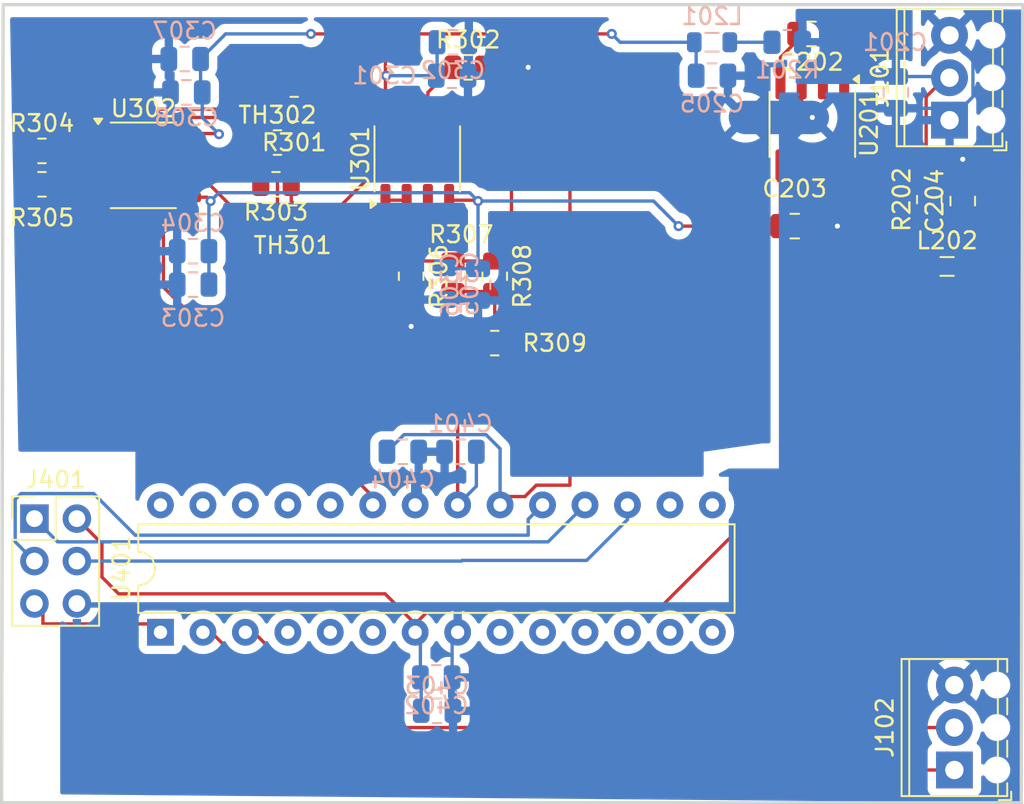
<source format=kicad_pcb>
(kicad_pcb (version 20240108) (generator "pcbnew") (generator_version "8.0")
  (layers (0 "F.Cu" signal) (31 "B.Cu" signal) (36 "B.SilkS" user "B.Silkscreen") (37 "F.SilkS" user "F.Silkscreen") (44 "Edge.Cuts" user))
  (net 0 "")
  (net 1 "/power/+5Vin")
  (net 2 "GNDD")
  (net 3 "Net-(U201-CAP+)")
  (net 4 "Net-(U201-CAP-)")
  (net 5 "/power/V-")
  (net 6 "/adc/+5V_D")
  (net 7 "/adc/+5V_A")
  (net 8 "GNDA")
  (net 9 "/adc/Ref_0")
  (net 10 "/adc/RXD")
  (net 11 "/adc/TXD")
  (net 12 "Net-(J401-Pin_1)")
  (net 13 "Net-(J401-Pin_3)")
  (net 14 "Net-(J401-Pin_4)")
  (net 15 "Net-(J401-Pin_5)")
  (net 16 "Net-(L201-Pad1)")
  (net 17 "Net-(L202-Pad1)")
  (net 18 "Net-(U302--)")
  (net 19 "Net-(U301B--)")
  (net 20 "Net-(R303-Pad1)")
  (net 21 "Net-(U302-+)")
  (net 22 "Net-(R304-Pad1)")
  (net 23 "Net-(R304-Pad2)")
  (net 24 "Net-(R305-Pad2)")
  (net 25 "Net-(U301A-+)")
  (net 26 "Net-(R307-Pad2)")
  (net 30 "Net-(U301A--)")
  (net 42 "/adc/ADC_In")
  (footprint "Inductor_SMD:L_0805_2012Metric" (layer "F.Cu") (at 105.5625 65.4125)
    (property "Reference" "L202" (at 0 -1.55 0) (layer "F.SilkS"))
    (property "Value" "22uH")
    (pad "1" smd roundrect (at -1.0625 0) (size 0.875 1.2) (layers "F.Cu" "F.Paste" "F.Mask") (net 17 "Net-(L202-Pad1)"))
    (pad "2" smd roundrect (at 1.0625 0) (size 0.875 1.2) (layers "F.Cu" "F.Paste" "F.Mask") (net 6 "/adc/+5V_D"))
  )
  (footprint "Resistor_SMD:R_0805_2012Metric" (layer "F.Cu") (at 104.5 61.4125 90)
    (property "Reference" "R202" (at 0 -1.65 -90) (layer "F.SilkS"))
    (property "Value" "2R")
    (pad "1" smd roundrect (at -0.9125 0 90) (size 1.025 1.4) (layers "F.Cu" "F.Paste" "F.Mask") (roundrect_rratio 0.243902) (net 17 "Net-(L202-Pad1)"))
    (pad "2" smd roundrect (at 0.9125 0 90) (size 1.025 1.4) (layers "F.Cu" "F.Paste" "F.Mask") (roundrect_rratio 0.243902) (net 1 "/power/+5Vin"))
  )
  (footprint "Resistor_SMD:R_0805_2012Metric" (layer "F.Cu") (at 66.4125 62.5 180)
    (property "Reference" "TH301" (at 0 -1.65 180) (layer "F.SilkS"))
    (property "Value" "PT1000")
    (pad "1" smd roundrect (at -0.9125 0 180) (size 1.025 1.4) (layers "F.Cu" "F.Paste" "F.Mask") (roundrect_rratio 0.243902) (net 20 "Net-(R303-Pad1)"))
    (pad "2" smd roundrect (at 0.9125 0 180) (size 1.025 1.4) (layers "F.Cu" "F.Paste" "F.Mask") (roundrect_rratio 0.243902) (net 18 "Net-(U302--)"))
  )
  (footprint "Resistor_SMD:R_0805_2012Metric" (layer "F.Cu") (at 65.4125 60.5 180)
    (property "Reference" "R303" (at 0 -1.65 180) (layer "F.SilkS"))
    (property "Value" "1K00")
    (pad "1" smd roundrect (at -0.9125 0 180) (size 1.025 1.4) (layers "F.Cu" "F.Paste" "F.Mask") (roundrect_rratio 0.243902) (net 20 "Net-(R303-Pad1)"))
    (pad "2" smd roundrect (at 0.9125 0 180) (size 1.025 1.4) (layers "F.Cu" "F.Paste" "F.Mask") (roundrect_rratio 0.243902) (net 21 "Net-(U302-+)"))
  )
  (footprint "Capacitor_SMD:C_0805_2012Metric" (layer "F.Cu") (at 106.5 61.5 90)
    (property "Reference" "C204" (at 0 -1.68 -90) (layer "F.SilkS"))
    (property "Value" "10uF")
    (pad "1" smd roundrect (at -0.95 0 90) (size 1 1.45) (layers "F.Cu" "F.Paste" "F.Mask") (net 6 "/adc/+5V_D"))
    (pad "2" smd roundrect (at 0.95 0 90) (size 1 1.45) (layers "F.Cu" "F.Paste" "F.Mask") (net 2 "GNDD"))
  )
  (footprint "Resistor_SMD:R_0805_2012Metric" (layer "F.Cu") (at 51.4125 58.5)
    (property "Reference" "R304" (at 0 -1.65 0) (layer "F.SilkS"))
    (property "Value" "6k80")
    (pad "1" smd roundrect (at -0.9125 0) (size 1.025 1.4) (layers "F.Cu" "F.Paste" "F.Mask") (roundrect_rratio 0.243902) (net 22 "Net-(R304-Pad1)"))
    (pad "2" smd roundrect (at 0.9125 0) (size 1.025 1.4) (layers "F.Cu" "F.Paste" "F.Mask") (roundrect_rratio 0.243902) (net 23 "Net-(R304-Pad2)"))
  )
  (footprint "Package_SO:SOIC-8_3.9x4.9mm_P1.27mm" (layer "F.Cu") (at 73.865 58.975 90)
    (property "Reference" "U301" (at 0 -3.4 -90) (layer "F.SilkS"))
    (property "Value" "OPA2227EP")
    (pad "1" smd roundrect (at -2.475 -1.905 90) (size 1.95 0.6) (layers "F.Cu" "F.Paste" "F.Mask") (net 30 "Net-(U301A--)"))
    (pad "2" smd roundrect (at -2.475 -0.635 90) (size 1.95 0.6) (layers "F.Cu" "F.Paste" "F.Mask") (net 30 "Net-(U301A--)"))
    (pad "3" smd roundrect (at -2.475 0.635 90) (size 1.95 0.6) (layers "F.Cu" "F.Paste" "F.Mask") (net 25 "Net-(U301A-+)"))
    (pad "4" smd roundrect (at -2.475 1.905 90) (size 1.95 0.6) (layers "F.Cu" "F.Paste" "F.Mask") (net 5 "/power/V-"))
    (pad "5" smd roundrect (at 2.475 1.905 90) (size 1.95 0.6) (layers "F.Cu" "F.Paste" "F.Mask") (net 9 "/adc/Ref_0"))
    (pad "6" smd roundrect (at 2.475 0.635 90) (size 1.95 0.6) (layers "F.Cu" "F.Paste" "F.Mask") (net 19 "Net-(U301B--)"))
    (pad "7" smd roundrect (at 2.475 -0.635 90) (size 1.95 0.6) (layers "F.Cu" "F.Paste" "F.Mask") (net 20 "Net-(R303-Pad1)"))
    (pad "8" smd roundrect (at 2.475 -1.905 90) (size 1.95 0.6) (layers "F.Cu" "F.Paste" "F.Mask") (net 7 "/adc/+5V_A"))
  )
  (footprint "Resistor_SMD:R_0805_2012Metric" (layer "F.Cu") (at 65.5 58)
    (property "Reference" "TH302" (at 0 -1.65 0) (layer "F.SilkS"))
    (property "Value" "PT1000")
    (pad "1" smd roundrect (at -0.9125 0) (size 1.025 1.4) (layers "F.Cu" "F.Paste" "F.Mask") (roundrect_rratio 0.243902) (net 21 "Net-(U302-+)"))
    (pad "2" smd roundrect (at 0.9125 0) (size 1.025 1.4) (layers "F.Cu" "F.Paste" "F.Mask") (roundrect_rratio 0.243902) (net 19 "Net-(U301B--)"))
  )
  (footprint "Package_SO:SOIC-8_3.9x4.9mm_P1.27mm" (layer "F.Cu") (at 97.5 56.9125 -90)
    (property "Reference" "U201" (at 0 -3.4 90) (layer "F.SilkS"))
    (property "Value" "TC7662Bx0A")
    (pad "1" smd roundrect (at -2.475 -1.905 270) (size 1.95 0.6) (layers "F.Cu" "F.Paste" "F.Mask"))
    (pad "2" smd roundrect (at -2.475 -0.635 270) (size 1.95 0.6) (layers "F.Cu" "F.Paste" "F.Mask") (net 3 "Net-(U201-CAP+)"))
    (pad "3" smd roundrect (at -2.475 0.635 270) (size 1.95 0.6) (layers "F.Cu" "F.Paste" "F.Mask") (net 2 "GNDD"))
    (pad "4" smd roundrect (at -2.475 1.905 270) (size 1.95 0.6) (layers "F.Cu" "F.Paste" "F.Mask") (net 4 "Net-(U201-CAP-)"))
    (pad "5" smd roundrect (at 2.475 1.905 270) (size 1.95 0.6) (layers "F.Cu" "F.Paste" "F.Mask") (net 5 "/power/V-"))
    (pad "6" smd roundrect (at 2.475 0.635 270) (size 1.95 0.6) (layers "F.Cu" "F.Paste" "F.Mask"))
    (pad "7" smd roundrect (at 2.475 -0.635 270) (size 1.95 0.6) (layers "F.Cu" "F.Paste" "F.Mask"))
    (pad "8" smd roundrect (at 2.475 -1.905 270) (size 1.95 0.6) (layers "F.Cu" "F.Paste" "F.Mask") (net 1 "/power/+5Vin"))
  )
  (footprint "Resistor_SMD:R_0805_2012Metric" (layer "F.Cu") (at 78.5 66 -90)
    (property "Reference" "R308" (at 0 -1.65 90) (layer "F.SilkS"))
    (property "Value" "819")
    (pad "1" smd roundrect (at -0.9125 0 270) (size 1.025 1.4) (layers "F.Cu" "F.Paste" "F.Mask") (roundrect_rratio 0.243902) (net 25 "Net-(U301A-+)"))
    (pad "2" smd roundrect (at 0.9125 0 270) (size 1.025 1.4) (layers "F.Cu" "F.Paste" "F.Mask") (roundrect_rratio 0.243902) (net 26 "Net-(R307-Pad2)"))
  )
  (footprint "Resistor_SMD:R_0805_2012Metric" (layer "F.Cu") (at 76.9125 53.5)
    (property "Reference" "R302" (at 0 -1.65 0) (layer "F.SilkS"))
    (property "Value" "1k10")
    (pad "1" smd roundrect (at -0.9125 0) (size 1.025 1.4) (layers "F.Cu" "F.Paste" "F.Mask") (roundrect_rratio 0.243902) (net 19 "Net-(U301B--)"))
    (pad "2" smd roundrect (at 0.9125 0) (size 1.025 1.4) (layers "F.Cu" "F.Paste" "F.Mask") (roundrect_rratio 0.243902) (net 8 "GNDA"))
  )
  (footprint "Capacitor_SMD:C_0805_2012Metric" (layer "F.Cu") (at 96.45 63)
    (property "Reference" "C203" (at -0.01 -2.24 0) (layer "F.SilkS"))
    (property "Value" "10uF")
    (pad "1" smd roundrect (at -0.95 0) (size 1 1.45) (layers "F.Cu" "F.Paste" "F.Mask") (net 5 "/power/V-"))
    (pad "2" smd roundrect (at 0.95 0) (size 1 1.45) (layers "F.Cu" "F.Paste" "F.Mask") (net 2 "GNDD"))
  )
  (footprint "Package_DIP:DIP-28_W7.62mm" (layer "F.Cu") (at 58.5 87.3 90)
    (property "Reference" "U401" (at 3.81 -2.33 -90) (layer "F.SilkS"))
    (property "Value" "ATmega328P-P")
    (pad "1" thru_hole rect (at 0 0 90) (size 1.6 1.6) (drill 0.8) (layers "*.Cu" "*.Mask") (net 15 "Net-(J401-Pin_5)"))
    (pad "2" thru_hole oval (at 0 2.54 90) (size 1.6 1.6) (drill 0.8) (layers "*.Cu" "*.Mask") (net 10 "/adc/RXD"))
    (pad "3" thru_hole oval (at 0 5.08 90) (size 1.6 1.6) (drill 0.8) (layers "*.Cu" "*.Mask") (net 11 "/adc/TXD"))
    (pad "4" thru_hole oval (at 0 7.62 90) (size 1.6 1.6) (drill 0.8) (layers "*.Cu" "*.Mask"))
    (pad "5" thru_hole oval (at 0 10.16 90) (size 1.6 1.6) (drill 0.8) (layers "*.Cu" "*.Mask"))
    (pad "6" thru_hole oval (at 0 12.7 90) (size 1.6 1.6) (drill 0.8) (layers "*.Cu" "*.Mask"))
    (pad "7" thru_hole oval (at 0 15.24 90) (size 1.6 1.6) (drill 0.8) (layers "*.Cu" "*.Mask") (net 6 "/adc/+5V_D"))
    (pad "8" thru_hole oval (at 0 17.78 90) (size 1.6 1.6) (drill 0.8) (layers "*.Cu" "*.Mask") (net 2 "GNDD"))
    (pad "9" thru_hole oval (at 0 20.32 90) (size 1.6 1.6) (drill 0.8) (layers "*.Cu" "*.Mask"))
    (pad "10" thru_hole oval (at 0 22.86 90) (size 1.6 1.6) (drill 0.8) (layers "*.Cu" "*.Mask"))
    (pad "11" thru_hole oval (at 0 25.4 90) (size 1.6 1.6) (drill 0.8) (layers "*.Cu" "*.Mask"))
    (pad "12" thru_hole oval (at 0 27.94 90) (size 1.6 1.6) (drill 0.8) (layers "*.Cu" "*.Mask"))
    (pad "13" thru_hole oval (at 0 30.48 90) (size 1.6 1.6) (drill 0.8) (layers "*.Cu" "*.Mask"))
    (pad "14" thru_hole oval (at 0 33.02 90) (size 1.6 1.6) (drill 0.8) (layers "*.Cu" "*.Mask"))
    (pad "15" thru_hole oval (at 7.62 33.02 90) (size 1.6 1.6) (drill 0.8) (layers "*.Cu" "*.Mask"))
    (pad "16" thru_hole oval (at 7.62 30.48 90) (size 1.6 1.6) (drill 0.8) (layers "*.Cu" "*.Mask"))
    (pad "17" thru_hole oval (at 7.62 27.94 90) (size 1.6 1.6) (drill 0.8) (layers "*.Cu" "*.Mask") (net 14 "Net-(J401-Pin_4)"))
    (pad "18" thru_hole oval (at 7.62 25.4 90) (size 1.6 1.6) (drill 0.8) (layers "*.Cu" "*.Mask") (net 12 "Net-(J401-Pin_1)"))
    (pad "19" thru_hole oval (at 7.62 22.86 90) (size 1.6 1.6) (drill 0.8) (layers "*.Cu" "*.Mask") (net 13 "Net-(J401-Pin_3)"))
    (pad "20" thru_hole oval (at 7.62 20.32 90) (size 1.6 1.6) (drill 0.8) (layers "*.Cu" "*.Mask") (net 7 "/adc/+5V_A"))
    (pad "21" thru_hole oval (at 7.62 17.78 90) (size 1.6 1.6) (drill 0.8) (layers "*.Cu" "*.Mask") (net 9 "/adc/Ref_0"))
    (pad "22" thru_hole oval (at 7.62 15.24 90) (size 1.6 1.6) (drill 0.8) (layers "*.Cu" "*.Mask") (net 8 "GNDA"))
    (pad "23" thru_hole oval (at 7.62 12.7 90) (size 1.6 1.6) (drill 0.8) (layers "*.Cu" "*.Mask") (net 42 "/adc/ADC_In"))
    (pad "24" thru_hole oval (at 7.62 10.16 90) (size 1.6 1.6) (drill 0.8) (layers "*.Cu" "*.Mask"))
    (pad "25" thru_hole oval (at 7.62 7.62 90) (size 1.6 1.6) (drill 0.8) (layers "*.Cu" "*.Mask"))
    (pad "26" thru_hole oval (at 7.62 5.08 90) (size 1.6 1.6) (drill 0.8) (layers "*.Cu" "*.Mask"))
    (pad "27" thru_hole oval (at 7.62 2.54 90) (size 1.6 1.6) (drill 0.8) (layers "*.Cu" "*.Mask"))
    (pad "28" thru_hole oval (at 7.62 0 90) (size 1.6 1.6) (drill 0.8) (layers "*.Cu" "*.Mask"))
  )
  (footprint "Package_SO:SOIC-8_3.9x4.9mm_P1.27mm" (layer "F.Cu") (at 57.475 59.365)
    (property "Reference" "U302" (at 0 -3.4 0) (layer "F.SilkS"))
    (property "Value" "AD8221ARZ")
    (pad "1" smd roundrect (at -2.475 -1.905) (size 1.95 0.6) (layers "F.Cu" "F.Paste" "F.Mask") (net 18 "Net-(U302--)"))
    (pad "2" smd roundrect (at -2.475 -0.635) (size 1.95 0.6) (layers "F.Cu" "F.Paste" "F.Mask") (net 23 "Net-(R304-Pad2)"))
    (pad "3" smd roundrect (at -2.475 0.635) (size 1.95 0.6) (layers "F.Cu" "F.Paste" "F.Mask") (net 24 "Net-(R305-Pad2)"))
    (pad "4" smd roundrect (at -2.475 1.905) (size 1.95 0.6) (layers "F.Cu" "F.Paste" "F.Mask") (net 21 "Net-(U302-+)"))
    (pad "5" smd roundrect (at 2.475 1.905) (size 1.95 0.6) (layers "F.Cu" "F.Paste" "F.Mask") (net 5 "/power/V-"))
    (pad "6" smd roundrect (at 2.475 0.635) (size 1.95 0.6) (layers "F.Cu" "F.Paste" "F.Mask") (net 30 "Net-(U301A--)"))
    (pad "7" smd roundrect (at 2.475 -0.635) (size 1.95 0.6) (layers "F.Cu" "F.Paste" "F.Mask") (net 42 "/adc/ADC_In"))
    (pad "8" smd roundrect (at 2.475 -1.905) (size 1.95 0.6) (layers "F.Cu" "F.Paste" "F.Mask") (net 7 "/adc/+5V_A"))
  )
  (footprint "Resistor_SMD:R_0805_2012Metric" (layer "F.Cu") (at 73.5 66 -90)
    (property "Reference" "R306" (at 0 -1.65 90) (layer "F.SilkS"))
    (property "Value" "10k0")
    (pad "1" smd roundrect (at -0.9125 0 270) (size 1.025 1.4) (layers "F.Cu" "F.Paste" "F.Mask") (roundrect_rratio 0.243902) (net 25 "Net-(U301A-+)"))
    (pad "2" smd roundrect (at 0.9125 0 270) (size 1.025 1.4) (layers "F.Cu" "F.Paste" "F.Mask") (roundrect_rratio 0.243902) (net 8 "GNDA"))
  )
  (footprint "Connector_PinHeader_2.54mm:PinHeader_2x03_P2.54mm_Vertical" (layer "F.Cu") (at 50.96 80.5)
    (property "Reference" "J401" (at 1.27 -2.33 0) (layer "F.SilkS"))
    (property "Value" "Conn_02x03_Odd_Even")
    (pad "1" thru_hole rect (at 0 0) (size 1.7 1.7) (drill 1) (layers "*.Cu" "*.Mask") (net 12 "Net-(J401-Pin_1)"))
    (pad "2" thru_hole oval (at 2.54 0) (size 1.7 1.7) (drill 1) (layers "*.Cu" "*.Mask") (net 6 "/adc/+5V_D"))
    (pad "3" thru_hole oval (at 0 2.54) (size 1.7 1.7) (drill 1) (layers "*.Cu" "*.Mask") (net 13 "Net-(J401-Pin_3)"))
    (pad "4" thru_hole oval (at 2.54 2.54) (size 1.7 1.7) (drill 1) (layers "*.Cu" "*.Mask") (net 14 "Net-(J401-Pin_4)"))
    (pad "5" thru_hole oval (at 0 5.08) (size 1.7 1.7) (drill 1) (layers "*.Cu" "*.Mask") (net 15 "Net-(J401-Pin_5)"))
    (pad "6" thru_hole oval (at 2.54 5.08) (size 1.7 1.7) (drill 1) (layers "*.Cu" "*.Mask") (net 2 "GNDD"))
  )
  (footprint "TerminalBlock_Phoenix:TerminalBlock_Phoenix_MPT-0,5-3-2.54_1x03_P2.54mm_Horizontal" (layer "F.Cu") (at 105.71 56.6625 90)
    (property "Reference" "J101" (at 2.54 -4.16 -90) (layer "F.SilkS"))
    (property "Value" "Screw_Terminal_01x03")
    (pad "" np_thru_hole circle (at 0 2.54 90) (size 1.1 1.1) (drill 1.1) (layers "*.Cu" "*.Mask"))
    (pad "" np_thru_hole circle (at 2.54 2.54 90) (size 1.1 1.1) (drill 1.1) (layers "*.Cu" "*.Mask"))
    (pad "" np_thru_hole circle (at 5.08 2.54 90) (size 1.1 1.1) (drill 1.1) (layers "*.Cu" "*.Mask"))
    (pad "1" thru_hole rect (at 0 0 90) (size 2.2 2.2) (drill 1.1) (layers "*.Cu" "*.Mask") (net 2 "GNDD"))
    (pad "2" thru_hole circle (at 2.54 0 90) (size 2.2 2.2) (drill 1.1) (layers "*.Cu" "*.Mask") (net 1 "/power/+5Vin"))
    (pad "3" thru_hole circle (at 5.08 0 90) (size 2.2 2.2) (drill 1.1) (layers "*.Cu" "*.Mask") (net 2 "GNDD"))
  )
  (footprint "Resistor_SMD:R_0805_2012Metric" (layer "F.Cu") (at 51.4125 60.5)
    (property "Reference" "R305" (at 0 2 0) (layer "F.SilkS"))
    (property "Value" "100")
    (pad "1" smd roundrect (at -0.9125 0) (size 1.025 1.4) (layers "F.Cu" "F.Paste" "F.Mask") (roundrect_rratio 0.243902) (net 22 "Net-(R304-Pad1)"))
    (pad "2" smd roundrect (at 0.9125 0) (size 1.025 1.4) (layers "F.Cu" "F.Paste" "F.Mask") (roundrect_rratio 0.243902) (net 24 "Net-(R305-Pad2)"))
  )
  (footprint "Capacitor_SMD:C_0805_2012Metric" (layer "F.Cu") (at 97.45 51.5 180)
    (property "Reference" "C202" (at 0 -1.68 180) (layer "F.SilkS"))
    (property "Value" "10uF")
    (pad "1" smd roundrect (at -0.95 0 180) (size 1 1.45) (layers "F.Cu" "F.Paste" "F.Mask") (net 3 "Net-(U201-CAP+)"))
    (pad "2" smd roundrect (at 0.95 0 180) (size 1 1.45) (layers "F.Cu" "F.Paste" "F.Mask") (net 4 "Net-(U201-CAP-)"))
  )
  (footprint "Resistor_SMD:R_0805_2012Metric" (layer "F.Cu") (at 76 66 -90)
    (property "Reference" "R307" (at -2.5 -0.5 180) (layer "F.SilkS"))
    (property "Value" "4k30")
    (pad "1" smd roundrect (at -0.9125 0 270) (size 1.025 1.4) (layers "F.Cu" "F.Paste" "F.Mask") (roundrect_rratio 0.243902) (net 25 "Net-(U301A-+)"))
    (pad "2" smd roundrect (at 0.9125 0 270) (size 1.025 1.4) (layers "F.Cu" "F.Paste" "F.Mask") (roundrect_rratio 0.243902) (net 26 "Net-(R307-Pad2)"))
  )
  (footprint "TerminalBlock_Phoenix:TerminalBlock_Phoenix_MPT-0,5-3-2.54_1x03_P2.54mm_Horizontal" (layer "F.Cu") (at 106 95.54 90)
    (property "Reference" "J102" (at 2.54 -4.16 -90) (layer "F.SilkS"))
    (property "Value" "Screw_Terminal_01x03")
    (pad "" np_thru_hole circle (at 0 2.54 90) (size 1.1 1.1) (drill 1.1) (layers "*.Cu" "*.Mask"))
    (pad "" np_thru_hole circle (at 2.54 2.54 90) (size 1.1 1.1) (drill 1.1) (layers "*.Cu" "*.Mask"))
    (pad "" np_thru_hole circle (at 5.08 2.54 90) (size 1.1 1.1) (drill 1.1) (layers "*.Cu" "*.Mask"))
    (pad "1" thru_hole rect (at 0 0 90) (size 2.2 2.2) (drill 1.1) (layers "*.Cu" "*.Mask") (net 10 "/adc/RXD"))
    (pad "2" thru_hole circle (at 2.54 0 90) (size 2.2 2.2) (drill 1.1) (layers "*.Cu" "*.Mask") (net 11 "/adc/TXD"))
    (pad "3" thru_hole circle (at 5.08 0 90) (size 2.2 2.2) (drill 1.1) (layers "*.Cu" "*.Mask") (net 2 "GNDD"))
  )
  (footprint "Resistor_SMD:R_0805_2012Metric" (layer "F.Cu") (at 78.5 70)
    (property "Reference" "R309" (at 3.5875 0 0) (layer "F.SilkS"))
    (property "Value" "36k0")
    (pad "1" smd roundrect (at -0.9125 0) (size 1.025 1.4) (layers "F.Cu" "F.Paste" "F.Mask") (roundrect_rratio 0.243902) (net 26 "Net-(R307-Pad2)"))
    (pad "2" smd roundrect (at 0.9125 0) (size 1.025 1.4) (layers "F.Cu" "F.Paste" "F.Mask") (roundrect_rratio 0.243902) (net 9 "/adc/Ref_0"))
  )
  (footprint "Resistor_SMD:R_0805_2012Metric" (layer "F.Cu") (at 66.5 56)
    (property "Reference" "R301" (at 0 2 0) (layer "F.SilkS"))
    (property "Value" "1K00")
    (pad "1" smd roundrect (at -0.9125 0) (size 1.025 1.4) (layers "F.Cu" "F.Paste" "F.Mask") (roundrect_rratio 0.243902) (net 18 "Net-(U302--)"))
    (pad "2" smd roundrect (at 0.9125 0) (size 1.025 1.4) (layers "F.Cu" "F.Paste" "F.Mask") (roundrect_rratio 0.243902) (net 19 "Net-(U301B--)"))
  )
  (footprint "Capacitor_SMD:C_0805_2012Metric" (layer "B.Cu") (at 76.45 76.5 180)
    (property "Reference" "C401" (at 0 1.68 180) (layer "B.SilkS") (effects (justify mirror)))
    (property "Value" "10n")
    (pad "1" smd roundrect (at -0.95 0 180) (size 1 1.45) (layers "B.Cu" "B.Paste" "B.Mask") (net 9 "/adc/Ref_0"))
    (pad "2" smd roundrect (at 0.95 0 180) (size 1 1.45) (layers "B.Cu" "B.Paste" "B.Mask") (net 8 "GNDA"))
  )
  (footprint "Capacitor_SMD:C_0805_2012Metric" (layer "B.Cu") (at 102.5 55 -90)
    (property "Reference" "C201" (at -3 0.05 180) (layer "B.SilkS") (effects (justify mirror)))
    (property "Value" "22uF")
    (pad "1" smd roundrect (at -0.95 0 270) (size 1 1.45) (layers "B.Cu" "B.Paste" "B.Mask") (net 1 "/power/+5Vin"))
    (pad "2" smd roundrect (at 0.95 0 270) (size 1 1.45) (layers "B.Cu" "B.Paste" "B.Mask") (net 2 "GNDD"))
  )
  (footprint "Capacitor_SMD:C_0805_2012Metric" (layer "B.Cu") (at 60.45 64.5 180)
    (property "Reference" "C304" (at 0 1.68 180) (layer "B.SilkS") (effects (justify mirror)))
    (property "Value" "10uF")
    (pad "1" smd roundrect (at -0.95 0 180) (size 1 1.45) (layers "B.Cu" "B.Paste" "B.Mask") (net 5 "/power/V-"))
    (pad "2" smd roundrect (at 0.95 0 180) (size 1 1.45) (layers "B.Cu" "B.Paste" "B.Mask") (net 8 "GNDA"))
  )
  (footprint "Capacitor_SMD:C_0805_2012Metric" (layer "B.Cu") (at 60.45 66.5 180)
    (property "Reference" "C303" (at 0 -2 180) (layer "B.SilkS") (effects (justify mirror)))
    (property "Value" "100n")
    (pad "1" smd roundrect (at -0.95 0 180) (size 1 1.45) (layers "B.Cu" "B.Paste" "B.Mask") (net 5 "/power/V-"))
    (pad "2" smd roundrect (at 0.95 0 180) (size 1 1.45) (layers "B.Cu" "B.Paste" "B.Mask") (net 8 "GNDA"))
  )
  (footprint "Capacitor_SMD:C_0805_2012Metric" (layer "B.Cu") (at 59.95 53 180)
    (property "Reference" "C307" (at 0 1.68 180) (layer "B.SilkS") (effects (justify mirror)))
    (property "Value" "100n")
    (pad "1" smd roundrect (at -0.95 0 180) (size 1 1.45) (layers "B.Cu" "B.Paste" "B.Mask") (net 7 "/adc/+5V_A"))
    (pad "2" smd roundrect (at 0.95 0 180) (size 1 1.45) (layers "B.Cu" "B.Paste" "B.Mask") (net 8 "GNDA"))
  )
  (footprint "Capacitor_SMD:C_0805_2012Metric" (layer "B.Cu") (at 60.05 55 180)
    (property "Reference" "C308" (at 0 -1.5 180) (layer "B.SilkS") (effects (justify mirror)))
    (property "Value" "10uF")
    (pad "1" smd roundrect (at -0.95 0 180) (size 1 1.45) (layers "B.Cu" "B.Paste" "B.Mask") (net 7 "/adc/+5V_A"))
    (pad "2" smd roundrect (at 0.95 0 180) (size 1 1.45) (layers "B.Cu" "B.Paste" "B.Mask") (net 8 "GNDA"))
  )
  (footprint "Capacitor_SMD:C_0805_2012Metric" (layer "B.Cu") (at 75.95 54)
    (property "Reference" "C301" (at -4.05 0 0) (layer "B.SilkS") (effects (justify mirror)))
    (property "Value" "100n")
    (pad "1" smd roundrect (at -0.95 0) (size 1 1.45) (layers "B.Cu" "B.Paste" "B.Mask") (net 7 "/adc/+5V_A"))
    (pad "2" smd roundrect (at 0.95 0) (size 1 1.45) (layers "B.Cu" "B.Paste" "B.Mask") (net 8 "GNDA"))
  )
  (footprint "Capacitor_SMD:C_0805_2012Metric" (layer "B.Cu") (at 91.5 54)
    (property "Reference" "C205" (at 0 1.68 0) (layer "B.SilkS") (effects (justify mirror)))
    (property "Value" "10uF")
    (pad "1" smd roundrect (at -0.95 0) (size 1 1.45) (layers "B.Cu" "B.Paste" "B.Mask") (net 7 "/adc/+5V_A"))
    (pad "2" smd roundrect (at 0.95 0) (size 1 1.45) (layers "B.Cu" "B.Paste" "B.Mask") (net 8 "GNDA"))
  )
  (footprint "Inductor_SMD:L_0805_2012Metric" (layer "B.Cu") (at 91.5 52 180)
    (property "Reference" "L201" (at 0 1.55 180) (layer "B.SilkS") (effects (justify mirror)))
    (property "Value" "22uH")
    (pad "1" smd roundrect (at -1.0625 0 180) (size 0.875 1.2) (layers "B.Cu" "B.Paste" "B.Mask") (net 16 "Net-(L201-Pad1)"))
    (pad "2" smd roundrect (at 1.0625 0 180) (size 0.875 1.2) (layers "B.Cu" "B.Paste" "B.Mask") (net 7 "/adc/+5V_A"))
  )
  (footprint "Capacitor_SMD:C_0805_2012Metric" (layer "B.Cu") (at 77.5 66.5 -90)
    (property "Reference" "C306" (at 0 1.68 90) (layer "B.SilkS") (effects (justify mirror)))
    (property "Value" "10uF")
    (pad "1" smd roundrect (at -0.95 0 270) (size 1 1.45) (layers "B.Cu" "B.Paste" "B.Mask") (net 5 "/power/V-"))
    (pad "2" smd roundrect (at 0.95 0 270) (size 1 1.45) (layers "B.Cu" "B.Paste" "B.Mask") (net 8 "GNDA"))
  )
  (footprint "NetTie:NetTie-2_SMD_Pad2.0mm" (layer "B.Cu") (at 95.5 56.5 180)
    (property "Reference" "NT201" (hide yes))
    (property "Value" "NetTie_2" (hide yes))
    (fp_poly (pts (xy -2 1) (xy 2 1) (xy 2 -1) (xy -2 -1)) (fill solid) (layer "B.Cu"))
    (pad "1" smd circle (at -2 0 180) (size 2 2) (layers "B.Cu") (net 2 "GNDD"))
    (pad "2" smd circle (at 2 0 180) (size 2 2) (layers "B.Cu") (net 8 "GNDA"))
  )
  (footprint "Capacitor_SMD:C_0805_2012Metric" (layer "B.Cu") (at 75 90)
    (property "Reference" "C402" (at 0 1.68 0) (layer "B.SilkS") (effects (justify mirror)))
    (property "Value" "1u")
    (pad "1" smd roundrect (at -0.95 0) (size 1 1.45) (layers "B.Cu" "B.Paste" "B.Mask") (net 6 "/adc/+5V_D"))
    (pad "2" smd roundrect (at 0.95 0) (size 1 1.45) (layers "B.Cu" "B.Paste" "B.Mask") (net 2 "GNDD"))
  )
  (footprint "Resistor_SMD:R_0805_2012Metric" (layer "B.Cu") (at 96 52)
    (property "Reference" "R201" (at 0 1.65 0) (layer "B.SilkS") (effects (justify mirror)))
    (property "Value" "2R")
    (pad "1" smd roundrect (at -0.9125 0) (size 1.025 1.4) (layers "B.Cu" "B.Paste" "B.Mask") (roundrect_rratio 0.243902) (net 16 "Net-(L201-Pad1)"))
    (pad "2" smd roundrect (at 0.9125 0) (size 1.025 1.4) (layers "B.Cu" "B.Paste" "B.Mask") (roundrect_rratio 0.243902) (net 1 "/power/+5Vin"))
  )
  (footprint "Capacitor_SMD:C_0805_2012Metric" (layer "B.Cu") (at 76 52)
    (property "Reference" "C302" (at 0 1.68 0) (layer "B.SilkS") (effects (justify mirror)))
    (property "Value" "10uF")
    (pad "1" smd roundrect (at -0.95 0) (size 1 1.45) (layers "B.Cu" "B.Paste" "B.Mask") (net 7 "/adc/+5V_A"))
    (pad "2" smd roundrect (at 0.95 0) (size 1 1.45) (layers "B.Cu" "B.Paste" "B.Mask") (net 8 "GNDA"))
  )
  (footprint "Capacitor_SMD:C_0805_2012Metric" (layer "B.Cu") (at 75.5 66.45 -90)
    (property "Reference" "C305" (at 0 -1.5 90) (layer "B.SilkS") (effects (justify mirror)))
    (property "Value" "100n")
    (pad "1" smd roundrect (at -0.95 0 270) (size 1 1.45) (layers "B.Cu" "B.Paste" "B.Mask") (net 5 "/power/V-"))
    (pad "2" smd roundrect (at 0.95 0 270) (size 1 1.45) (layers "B.Cu" "B.Paste" "B.Mask") (net 8 "GNDA"))
  )
  (footprint "Capacitor_SMD:C_0805_2012Metric" (layer "B.Cu") (at 75.05 92)
    (property "Reference" "C403" (at 0 -1.5 0) (layer "B.SilkS") (effects (justify mirror)))
    (property "Value" "100n")
    (pad "1" smd roundrect (at -0.95 0) (size 1 1.45) (layers "B.Cu" "B.Paste" "B.Mask") (net 6 "/adc/+5V_D"))
    (pad "2" smd roundrect (at 0.95 0) (size 1 1.45) (layers "B.Cu" "B.Paste" "B.Mask") (net 2 "GNDD"))
  )
  (footprint "Capacitor_SMD:C_0805_2012Metric" (layer "B.Cu") (at 73 76.5)
    (property "Reference" "C404" (at 0 1.68 0) (layer "B.SilkS") (effects (justify mirror)))
    (property "Value" "100n")
    (pad "1" smd roundrect (at -0.95 0) (size 1 1.45) (layers "B.Cu" "B.Paste" "B.Mask") (net 7 "/adc/+5V_A"))
    (pad "2" smd roundrect (at 0.95 0) (size 1 1.45) (layers "B.Cu" "B.Paste" "B.Mask") (net 8 "GNDA"))
  )
  (gr_line (start 110 97.5) (end 49 97.5) (stroke (width 0.2)) (layer "Edge.Cuts"))
  (gr_line (start 49.087262 49.75) (end 110.087262 49.75) (stroke (width 0.2)) (layer "Edge.Cuts"))
  (gr_line (start 49 97.5) (end 49.087262 49.75) (stroke (width 0.2)) (layer "Edge.Cuts"))
  (gr_line (start 110.087262 49.75) (end 110 97.5) (stroke (width 0.2)) (layer "Edge.Cuts"))
  (segment (start 104.5 60.5) (end 104.31 60.31) (width 0.2) (layer "F.Cu") (net 1))
  (segment (start 105.71 54.1225) (end 105.97 54.1225) (width 0.2) (layer "F.Cu") (net 1))
  (segment (start 99.405 59.3875) (end 100.5175 60.5) (width 0.2) (layer "F.Cu") (net 1))
  (segment (start 105.45 54.1225) (end 105.71 54.1225) (width 0.2) (layer "F.Cu") (net 1))
  (segment (start 100.5175 60.5) (end 104.5 60.5) (width 0.2) (layer "F.Cu") (net 1))
  (segment (start 104.31 60.31) (end 104.31 55.2625) (width 0.2) (layer "F.Cu") (net 1))
  (segment (start 104.31 55.2625) (end 105.45 54.1225) (width 0.2) (layer "F.Cu") (net 1))
  (segment (start 102.5 54.05) (end 105.6375 54.05) (width 0.2) (layer "B.Cu") (net 1))
  (segment (start 102.5 54.05) (end 102.05 54.05) (width 0.2) (layer "B.Cu") (net 1))
  (segment (start 102.05 54.05) (end 100 52) (width 0.2) (layer "B.Cu") (net 1))
  (segment (start 105.6375 54.05) (end 105.71 54.1225) (width 0.2) (layer "B.Cu") (net 1))
  (segment (start 100 52) (end 96.9125 52) (width 0.2) (layer "B.Cu") (net 1))
  (segment (start 106.5 60.55) (end 106.5 59) (width 0.2) (layer "F.Cu") (net 2))
  (segment (start 96.865 54.4375) (end 96.865 55.865) (width 0.2) (layer "F.Cu") (net 2))
  (segment (start 96.865 55.865) (end 97.5 56.5) (width 0.2) (layer "F.Cu") (net 2))
  (segment (start 97.4 63) (end 99 63) (width 0.2) (layer "F.Cu") (net 2))
  (via (at 99 63) (size 0.6) (drill 0.3) (layers "F.Cu" "B.Cu") (net 2))
  (via (at 106.5 59) (size 0.6) (drill 0.3) (layers "F.Cu" "B.Cu") (net 2))
  (via (at 97.5 56.5) (size 0.6) (drill 0.3) (layers "F.Cu" "B.Cu") (net 2))
  (segment (start 75.95 87.13) (end 76.28 86.8) (width 0.2) (layer "B.Cu") (net 2))
  (segment (start 76 91.5) (end 76 89.55) (width 0.2) (layer "B.Cu") (net 2))
  (segment (start 105.71 51.5825) (end 107.11 52.9825) (width 0.2) (layer "B.Cu") (net 2))
  (segment (start 76 89.55) (end 75.95 89.5) (width 0.2) (layer "B.Cu") (net 2))
  (segment (start 104.9725 57.4) (end 105.71 56.6625) (width 0.2) (layer "B.Cu") (net 2))
  (segment (start 107.11 52.9825) (end 107.11 55.2625) (width 0.2) (layer "B.Cu") (net 2))
  (segment (start 104.9975 55.95) (end 105.71 56.6625) (width 0.2) (layer "B.Cu") (net 2))
  (segment (start 75.95 89.5) (end 75.95 87.13) (width 0.2) (layer "B.Cu") (net 2))
  (segment (start 104.9225 57.45) (end 105.71 56.6625) (width 0.2) (layer "B.Cu") (net 2))
  (segment (start 102.5 55.95) (end 104.9975 55.95) (width 0.2) (layer "B.Cu") (net 2))
  (segment (start 83.4 92.45) (end 83.45 92.5) (width 0.2) (layer "B.Cu") (net 2))
  (segment (start 107.11 55.2625) (end 105.71 56.6625) (width 0.2) (layer "B.Cu") (net 2))
  (segment (start 98.4 51.5) (end 98.4 54.1725) (width 0.2) (layer "F.Cu") (net 3))
  (segment (start 98.4 54.1725) (end 98.135 54.4375) (width 0.2) (layer "F.Cu") (net 3))
  (segment (start 96.5 51.5) (end 96.5 52) (width 0.2) (layer "F.Cu") (net 4))
  (segment (start 95.595 52.905) (end 95.595 54.4375) (width 0.2) (layer "F.Cu") (net 4))
  (segment (start 96.5 52) (end 95.595 52.905) (width 0.2) (layer "F.Cu") (net 4))
  (segment (start 75.77 61.45) (end 77.45 61.45) (width 0.2) (layer "F.Cu") (net 5))
  (segment (start 59.95 61.27) (end 61.27 61.27) (width 0.2) (layer "F.Cu") (net 5))
  (segment (start 95.595 62.905) (end 95.5 63) (width 0.2) (layer "F.Cu") (net 5))
  (segment (start 61.27 61.27) (end 61.5 61.5) (width 0.2) (layer "F.Cu") (net 5))
  (segment (start 95.595 59.3875) (end 95.595 62.905) (width 0.2) (layer "F.Cu") (net 5))
  (segment (start 89.5 63) (end 95.5 63) (width 0.2) (layer "F.Cu") (net 5))
  (segment (start 95.595 59.3875) (end 95.7875 59.3875) (width 0.2) (layer "F.Cu") (net 5))
  (segment (start 77.45 61.45) (end 77.5 61.5) (width 0.2) (layer "F.Cu") (net 5))
  (via (at 61.5 61.5) (size 0.6) (drill 0.3) (layers "F.Cu" "B.Cu") (net 5))
  (via (at 77.5 61.5) (size 0.6) (drill 0.3) (layers "F.Cu" "B.Cu") (net 5))
  (via (at 89.5 63) (size 0.6) (drill 0.3) (layers "F.Cu" "B.Cu") (net 5))
  (segment (start 61.4 64.5) (end 61.4 61.6) (width 0.2) (layer "B.Cu") (net 5))
  (segment (start 61.4 61.6) (end 61.5 61.5) (width 0.2) (layer "B.Cu") (net 5))
  (segment (start 77.5 61.5) (end 88 61.5) (width 0.2) (layer "B.Cu") (net 5))
  (segment (start 61.4 64.5) (end 61.4 66.5) (width 0.2) (layer "B.Cu") (net 5))
  (segment (start 62 61) (end 61.5 61.5) (width 0.2) (layer "B.Cu") (net 5))
  (segment (start 77.5 65.55) (end 75.55 65.55) (width 0.2) (layer "B.Cu") (net 5))
  (segment (start 77.5 61.5) (end 77 61) (width 0.2) (layer "B.Cu") (net 5))
  (segment (start 77 61) (end 62 61) (width 0.2) (layer "B.Cu") (net 5))
  (segment (start 75.55 65.55) (end 75.5 65.5) (width 0.2) (layer "B.Cu") (net 5))
  (segment (start 88 61.5) (end 89.5 63) (width 0.2) (layer "B.Cu") (net 5))
  (segment (start 77.5 65.55) (end 77.5 61.5) (width 0.2) (layer "B.Cu") (net 5))
  (segment (start 88.524365 85.7) (end 74.84 85.7) (width 0.2) (layer "F.Cu") (net 6))
  (segment (start 55 84) (end 55 82) (width 0.2) (layer "F.Cu") (net 6))
  (segment (start 106.625 65.4125) (end 106.625 62.575) (width 0.2) (layer "F.Cu") (net 6))
  (segment (start 73.74 86.8) (end 71.94 85) (width 0.2) (layer "F.Cu") (net 6))
  (segment (start 106.625 62.575) (end 106.5 62.45) (width 0.2) (layer "F.Cu") (net 6))
  (segment (start 106.625 65.4125) (end 106.625 67.599365) (width 0.2) (layer "F.Cu") (net 6))
  (segment (start 106.55 65.3375) (end 106.625 65.4125) (width 0.2) (layer "F.Cu") (net 6))
  (segment (start 55 82) (end 53.5 80.5) (width 0.2) (layer "F.Cu") (net 6))
  (segment (start 106.625 67.599365) (end 88.524365 85.7) (width 0.2) (layer "F.Cu") (net 6))
  (segment (start 71.94 85) (end 56 85) (width 0.2) (layer "F.Cu") (net 6))
  (segment (start 74.84 85.7) (end 73.74 86.8) (width 0.2) (layer "F.Cu") (net 6))
  (segment (start 56 85) (end 55 84) (width 0.2) (layer "F.Cu") (net 6))
  (segment (start 74.1 89.55) (end 74.05 89.5) (width 0.2) (layer "B.Cu") (net 6))
  (segment (start 74.05 87.11) (end 73.74 86.8) (width 0.2) (layer "B.Cu") (net 6))
  (segment (start 74.05 89.5) (end 74.05 87.11) (width 0.2) (layer "B.Cu") (net 6))
  (segment (start 74.1 91.5) (end 74.1 89.55) (width 0.2) (layer "B.Cu") (net 6))
  (segment (start 67.5 51.5) (end 71.92 51.5) (width 0.2) (layer "F.Cu") (net 7))
  (segment (start 80.304365 79.18) (end 80.984365 78.5) (width 0.2) (layer "F.Cu") (net 7))
  (segment (start 78.82 79.18) (end 80.304365 79.18) (width 0.2) (layer "F.Cu") (net 7))
  (segment (start 83 78.5) (end 83 52.5) (width 0.2) (layer "F.Cu") (net 7))
  (segment (start 72 54) (end 71.96 53.96) (width 0.2) (layer "F.Cu") (net 7))
  (segment (start 85.5 51.5) (end 82 51.5) (width 0.2) (layer "F.Cu") (net 7))
  (segment (start 83 52.5) (end 82 51.5) (width 0.2) (layer "F.Cu") (net 7))
  (segment (start 71.96 56.5) (end 71.96 54.04) (width 0.2) (layer "F.Cu") (net 7))
  (segment (start 71.96 53.96) (end 71.96 51.54) (width 0.2) (layer "F.Cu") (net 7))
  (segment (start 71.96 51.54) (end 72 51.5) (width 0.2) (layer "F.Cu") (net 7))
  (segment (start 59.95 57.46) (end 61.96 57.46) (width 0.2) (layer "F.Cu") (net 7))
  (segment (start 61.96 57.46) (end 62 57.5) (width 0.2) (layer "F.Cu") (net 7))
  (segment (start 71.96 54.04) (end 72 54) (width 0.2) (layer "F.Cu") (net 7))
  (segment (start 80.984365 78.5) (end 83 78.5) (width 0.2) (layer "F.Cu") (net 7))
  (segment (start 71.92 51.5) (end 71.96 51.54) (width 0.2) (layer "F.Cu") (net 7))
  (segment (start 82 51.5) (end 72 51.5) (width 0.2) (layer "F.Cu") (net 7))
  (via (at 72 54) (size 0.6) (drill 0.3) (layers "F.Cu" "B.Cu") (net 7))
  (via (at 85.5 51.5) (size 0.6) (drill 0.3) (layers "F.Cu" "B.Cu") (net 7))
  (via (at 62 57.5) (size 0.6) (drill 0.3) (layers "F.Cu" "B.Cu") (net 7))
  (via (at 67.5 51.5) (size 0.6) (drill 0.3) (layers "F.Cu" "B.Cu") (net 7))
  (segment (start 61 55) (end 61 56.5) (width 0.2) (layer "B.Cu") (net 7))
  (segment (start 72.05 76.5) (end 73.075 75.475) (width 0.2) (layer "B.Cu") (net 7))
  (segment (start 77.975 75.475) (end 78.82 76.32) (width 0.2) (layer "B.Cu") (net 7))
  (segment (start 60.9 53) (end 62.4 51.5) (width 0.2) (layer "B.Cu") (net 7))
  (segment (start 75 54) (end 72 54) (width 0.2) (layer "B.Cu") (net 7))
  (segment (start 90.4375 52) (end 86 52) (width 0.2) (layer "B.Cu") (net 7))
  (segment (start 75.05 52) (end 75.05 53.95) (width 0.2) (layer "B.Cu") (net 7))
  (segment (start 86 52) (end 85.5 51.5) (width 0.2) (layer "B.Cu") (net 7))
  (segment (start 73.075 75.475) (end 77.975 75.475) (width 0.2) (layer "B.Cu") (net 7))
  (segment (start 90.55 52.1125) (end 90.4375 52) (width 0.2) (layer "B.Cu") (net 7))
  (segment (start 62.4 51.5) (end 67.5 51.5) (width 0.2) (layer "B.Cu") (net 7))
  (segment (start 90.55 54) (end 90.55 52.1125) (width 0.2) (layer "B.Cu") (net 7))
  (segment (start 60.9 53) (end 60.9 54.9) (width 0.2) (layer "B.Cu") (net 7))
  (segment (start 61 56.5) (end 62 57.5) (width 0.2) (layer "B.Cu") (net 7))
  (segment (start 78.82 76.32) (end 78.82 79.68) (width 0.2) (layer "B.Cu") (net 7))
  (segment (start 60.9 54.9) (end 61 55) (width 0.2) (layer "B.Cu") (net 7))
  (segment (start 75.05 53.95) (end 75 54) (width 0.2) (layer "B.Cu") (net 7))
  (segment (start 73.5 66.9125) (end 73.5 69) (width 0.2) (layer "F.Cu") (net 8))
  (segment (start 77.825 53.5) (end 80.5 53.5) (width 0.2) (layer "F.Cu") (net 8))
  (via (at 80.5 53.5) (size 0.6) (drill 0.3) (layers "F.Cu" "B.Cu") (net 8))
  (via (at 73.5 69) (size 0.6) (drill 0.3) (layers "F.Cu" "B.Cu") (net 8))
  (segment (start 75.5 67.4) (end 77.45 67.4) (width 0.2) (layer "B.Cu") (net 8))
  (segment (start 59.1 55) (end 59.1 53.1) (width 0.2) (layer "B.Cu") (net 8))
  (segment (start 76.95 52) (end 76.95 53.95) (width 0.2) (layer "B.Cu") (net 8))
  (segment (start 77.45 67.4) (end 77.5 67.45) (width 0.2) (layer "B.Cu") (net 8))
  (segment (start 75.5 76.5) (end 73.95 76.5) (width 0.2) (layer "B.Cu") (net 8))
  (segment (start 92.45 55.45) (end 93.5 56.5) (width 0.2) (layer "B.Cu") (net 8))
  (segment (start 59.5 64.5) (end 59.5 66.5) (width 0.2) (layer "B.Cu") (net 8))
  (segment (start 92.45 54) (end 92.45 55.45) (width 0.2) (layer "B.Cu") (net 8))
  (segment (start 74.05 76.5) (end 74.05 79.37) (width 0.2) (layer "B.Cu") (net 8))
  (segment (start 76.95 53.95) (end 76.9 54) (width 0.2) (layer "B.Cu") (net 8))
  (segment (start 59.1 53.1) (end 59 53) (width 0.2) (layer "B.Cu") (net 8))
  (segment (start 74.05 79.37) (end 73.74 79.68) (width 0.2) (layer "B.Cu") (net 8))
  (segment (start 79.4125 67.5875) (end 79.4125 70) (width 0.2) (layer "F.Cu") (net 9))
  (segment (start 76.28 79.18) (end 76.28 76.5) (width 0.2) (layer "F.Cu") (net 9))
  (segment (start 76.28 73.1325) (end 79.4125 70) (width 0.2) (layer "F.Cu") (net 9))
  (segment (start 79.5 60.23) (end 79.5 67.5) (width 0.2) (layer "F.Cu") (net 9))
  (segment (start 79.5 67.5) (end 79.4125 67.5875) (width 0.2) (layer "F.Cu") (net 9))
  (segment (start 76.28 76.5) (end 76.28 73.1325) (width 0.2) (layer "F.Cu") (net 9))
  (segment (start 75.77 56.5) (end 79.5 60.23) (width 0.2) (layer "F.Cu") (net 9))
  (segment (start 77.4 76.5) (end 77.4 78.56) (width 0.2) (layer "B.Cu") (net 9))
  (segment (start 77.4 78.56) (end 76.28 79.68) (width 0.2) (layer "B.Cu") (net 9))
  (segment (start 106 95.54) (end 69.78 95.54) (width 0.2) (layer "F.Cu") (net 10))
  (segment (start 69.78 95.54) (end 61.04 86.8) (width 0.2) (layer "F.Cu") (net 10))
  (segment (start 69.78 93) (end 63.58 86.8) (width 0.2) (layer "F.Cu") (net 11))
  (segment (start 106 93) (end 69.78 93) (width 0.2) (layer "F.Cu") (net 11))
  (segment (start 50.96 80.5) (end 52.35 81.89) (width 0.2) (layer "B.Cu") (net 12))
  (segment (start 83.9 79.18) (end 83.72 79) (width 0.2) (layer "B.Cu") (net 12))
  (segment (start 81.69 81.89) (end 83.9 79.68) (width 0.2) (layer "B.Cu") (net 12))
  (segment (start 52.35 81.89) (end 81.69 81.89) (width 0.2) (layer "B.Cu") (net 12))
  (segment (start 54.5 79) (end 56.99 81.49) (width 0.2) (layer "B.Cu") (net 13))
  (segment (start 49.81 81.89) (end 49.81 79.35) (width 0.2) (layer "B.Cu") (net 13))
  (segment (start 56.99 81.49) (end 80.5 81.49) (width 0.2) (layer "B.Cu") (net 13))
  (segment (start 49.81 79.35) (end 50.16 79) (width 0.2) (layer "B.Cu") (net 13))
  (segment (start 50.96 83.04) (end 49.81 81.89) (width 0.2) (layer "B.Cu") (net 13))
  (segment (start 50.16 79) (end 54.5 79) (width 0.2) (layer "B.Cu") (net 13))
  (segment (start 80.5 80.54) (end 81.36 79.68) (width 0.2) (layer "B.Cu") (net 13))
  (segment (start 80.5 81.49) (end 80.5 80.54) (width 0.2) (layer "B.Cu") (net 13))
  (segment (start 86.44 80.56) (end 86.44 79.18) (width 0.2) (layer "B.Cu") (net 14))
  (segment (start 76.515635 83.04) (end 76.555635 83) (width 0.2) (layer "B.Cu") (net 14))
  (segment (start 76.555635 83) (end 84 83) (width 0.2) (layer "B.Cu") (net 14))
  (segment (start 84 83) (end 86.44 80.56) (width 0.2) (layer "B.Cu") (net 14))
  (segment (start 53.5 83.04) (end 76.515635 83.04) (width 0.2) (layer "B.Cu") (net 14))
  (segment (start 51.47 86.8) (end 51.47 86.09) (width 0.2) (layer "F.Cu") (net 15))
  (segment (start 51.47 86.8) (end 58.5 86.8) (width 0.2) (layer "F.Cu") (net 15))
  (segment (start 51.47 86.09) (end 50.96 85.58) (width 0.2) (layer "F.Cu") (net 15))
  (segment (start 92.5625 52) (end 95.0875 52) (width 0.2) (layer "B.Cu") (net 16))
  (segment (start 104.5 62.325) (end 104.5 65.4125) (width 0.2) (layer "F.Cu") (net 17))
  (segment (start 65.5 57.327756) (end 65.5875 57.240256) (width 0.2) (layer "F.Cu") (net 18))
  (segment (start 65.5875 57.240256) (end 65.5875 56) (width 0.2) (layer "F.Cu") (net 18))
  (segment (start 65.5 62.5) (end 65.5 57.327756) (width 0.2) (layer "F.Cu") (net 18))
  (segment (start 56.46 56) (end 55 57.46) (width 0.2) (layer "F.Cu") (net 18))
  (segment (start 65.5875 56) (end 56.46 56) (width 0.2) (layer "F.Cu") (net 18))
  (segment (start 66.4125 58) (end 66.4125 57) (width 0.2) (layer "F.Cu") (net 19))
  (segment (start 67.4125 56) (end 70.5 56) (width 0.2) (layer "F.Cu") (net 19))
  (segment (start 74.5 55.525001) (end 74.5 56.5) (width 0.2) (layer "F.Cu") (net 19))
  (segment (start 72.56 57.94) (end 72.56 55.06) (width 0.2) (layer "F.Cu") (net 19))
  (segment (start 76 53.5) (end 74.5 55) (width 0.2) (layer "F.Cu") (net 19))
  (segment (start 66.4125 57) (end 67.4125 56) (width 0.2) (layer "F.Cu") (net 19))
  (segment (start 72.5 55) (end 73.974999 55) (width 0.2) (layer "F.Cu") (net 19))
  (segment (start 73.974999 55) (end 74.5 55.525001) (width 0.2) (layer "F.Cu") (net 19))
  (segment (start 74.5 55) (end 74.5 56.5) (width 0.2) (layer "F.Cu") (net 19))
  (segment (start 71.5 58) (end 72.5 58) (width 0.2) (layer "F.Cu") (net 19))
  (segment (start 71 57.5) (end 71.5 58) (width 0.2) (layer "F.Cu") (net 19))
  (segment (start 71 56.5) (end 71 57.5) (width 0.2) (layer "F.Cu") (net 19))
  (segment (start 70.5 56) (end 71 56.5) (width 0.2) (layer "F.Cu") (net 19))
  (segment (start 72.56 55.06) (end 72.5 55) (width 0.2) (layer "F.Cu") (net 19))
  (segment (start 72.5 58) (end 72.56 57.94) (width 0.2) (layer "F.Cu") (net 19))
  (segment (start 66.325 60.5) (end 66.325 61.5) (width 0.2) (layer "F.Cu") (net 20))
  (segment (start 73.23 57.835686) (end 73.23 56.5) (width 0.2) (layer "F.Cu") (net 20))
  (segment (start 67.325 62.5) (end 68.565686 62.5) (width 0.2) (layer "F.Cu") (net 20))
  (segment (start 68.565686 62.5) (end 73.23 57.835686) (width 0.2) (layer "F.Cu") (net 20))
  (segment (start 66.325 61.5) (end 67.325 62.5) (width 0.2) (layer "F.Cu") (net 20))
  (segment (start 58.5 56.5) (end 58.5 58.115552) (width 0.2) (layer "F.Cu") (net 21))
  (segment (start 64.5 58) (end 63 56.5) (width 0.2) (layer "F.Cu") (net 21))
  (segment (start 64.5 58) (end 64.5 60.5) (width 0.2) (layer "F.Cu") (net 21))
  (segment (start 58.5 58.115552) (end 55.345552 61.27) (width 0.2) (layer "F.Cu") (net 21))
  (segment (start 63 56.5) (end 58.5 56.5) (width 0.2) (layer "F.Cu") (net 21))
  (segment (start 55.724448 61.27) (end 55 61.27) (width 0.2) (layer "F.Cu") (net 21))
  (segment (start 64.5 58) (end 64.44 58.06) (width 0.2) (layer "F.Cu") (net 21))
  (segment (start 55.345552 61.27) (end 55 61.27) (width 0.2) (layer "F.Cu") (net 21))
  (segment (start 50 58.5) (end 50.5 58.5) (width 0.2) (layer "F.Cu") (net 22))
  (segment (start 50.5 60.5) (end 50.0875 60.5) (width 0.2) (layer "F.Cu") (net 22))
  (segment (start 50 60.4125) (end 50.0875 60.5) (width 0.2) (layer "F.Cu") (net 22))
  (segment (start 50 58.5) (end 50 60.4125) (width 0.2) (layer "F.Cu") (net 22))
  (segment (start 54.77 58.5) (end 55 58.73) (width 0.2) (layer "F.Cu") (net 23))
  (segment (start 51.825 58.5) (end 53 58.5) (width 0.2) (layer "F.Cu") (net 23))
  (segment (start 53 58.5) (end 54.77 58.5) (width 0.2) (layer "F.Cu") (net 23))
  (segment (start 53 58.5) (end 52.325 58.5) (width 0.2) (layer "F.Cu") (net 23))
  (segment (start 52.325 60.5) (end 52.5 60.5) (width 0.2) (layer "F.Cu") (net 24))
  (segment (start 52.5 60.5) (end 54.5 60.5) (width 0.2) (layer "F.Cu") (net 24))
  (segment (start 54.5 60.5) (end 55 60) (width 0.2) (layer "F.Cu") (net 24))
  (segment (start 51.9125 60.5) (end 52.5 60.5) (width 0.2) (layer "F.Cu") (net 24))
  (segment (start 74.5 64.0875) (end 73.5 65.0875) (width 0.2) (layer "F.Cu") (net 25))
  (segment (start 74.5 61.45) (end 74.5 64.0875) (width 0.2) (layer "F.Cu") (net 25))
  (segment (start 78.5 65.0875) (end 76 65.0875) (width 0.2) (layer "F.Cu") (net 25))
  (segment (start 76 65.0875) (end 73.5 65.0875) (width 0.2) (layer "F.Cu") (net 25))
  (segment (start 76 66.9125) (end 78.5 66.9125) (width 0.2) (layer "F.Cu") (net 26))
  (segment (start 78.5 69.0875) (end 77.5875 70) (width 0.2) (layer "F.Cu") (net 26))
  (segment (start 78.5 66.9125) (end 78.5 69.0875) (width 0.2) (layer "F.Cu") (net 26))
  (segment (start 64.424999 63.5) (end 60.924999 60) (width 0.2) (layer "F.Cu") (net 30))
  (segment (start 69.91 63.5) (end 64.424999 63.5) (width 0.2) (layer "F.Cu") (net 30))
  (segment (start 73.23 61.45) (end 71.96 61.45) (width 0.2) (layer "F.Cu") (net 30))
  (segment (start 60.924999 60) (end 59.95 60) (width 0.2) (layer "F.Cu") (net 30))
  (segment (start 71.96 61.45) (end 69.91 63.5) (width 0.2) (layer "F.Cu") (net 30))
  (segment (start 58.675 59.030001) (end 58.975001 58.73) (width 0.2) (layer "F.Cu") (net 42))
  (segment (start 58.675 66.655) (end 58.675 59.030001) (width 0.2) (layer "F.Cu") (net 42))
  (segment (start 71.2 79.18) (end 58.675 66.655) (width 0.2) (layer "F.Cu") (net 42))
  (segment (start 58.975001 58.73) (end 59.95 58.73) (width 0.2) (layer "F.Cu") (net 42))
  (zone (net 1) (net_name "/power/+5Vin") (layer "B.Cu") (connect_pads (clearance 0.5)) (min_thickness 0.25) (fill yes (thermal_gap 0.5) (thermal_bridge_width 0.5))
    (polygon (pts (xy 96.5 50) (xy 96.5 54.5) (xy 103.5 54.5) (xy 103.5 50)))
  )
  (zone (net 2) (net_name "GNDD") (layer "B.Cu") (priority 1) (connect_pads (clearance 0.5)) (min_thickness 0.25) (fill yes (thermal_gap 0.5) (thermal_bridge_width 0.5))
    (polygon (pts (xy 104 50) (xy 104 55) (xy 95.5 55) (xy 95.5 58) (xy 95.5 59.5) (xy 95.5 77.5) (xy 93 77.5) (xy 92.5 77.5) (xy 91.5 78) (xy 92.5 78) (xy 92.5 85.5) (xy 54 85.5) (xy 54 86.5) (xy 52.5 86.5) (xy 52.5 97) (xy 110.087262 97.5) (xy 110.087262 50.04)))
  )
  (zone (net 8) (net_name "GNDA") (layer "B.Cu") (priority 2) (connect_pads (clearance 0.5)) (min_thickness 0.25) (fill yes (thermal_gap 0.5) (thermal_bridge_width 0.5))
    (polygon (pts (xy 49.5 50.5) (xy 50 76.5) (xy 57 76.5) (xy 57 81) (xy 77.5 81) (xy 77.5 78) (xy 91 78) (xy 91 76.5) (xy 94.5 76) (xy 95 76) (xy 95 53.5) (xy 96 53.5) (xy 96 50.5)))
  )
)
</source>
